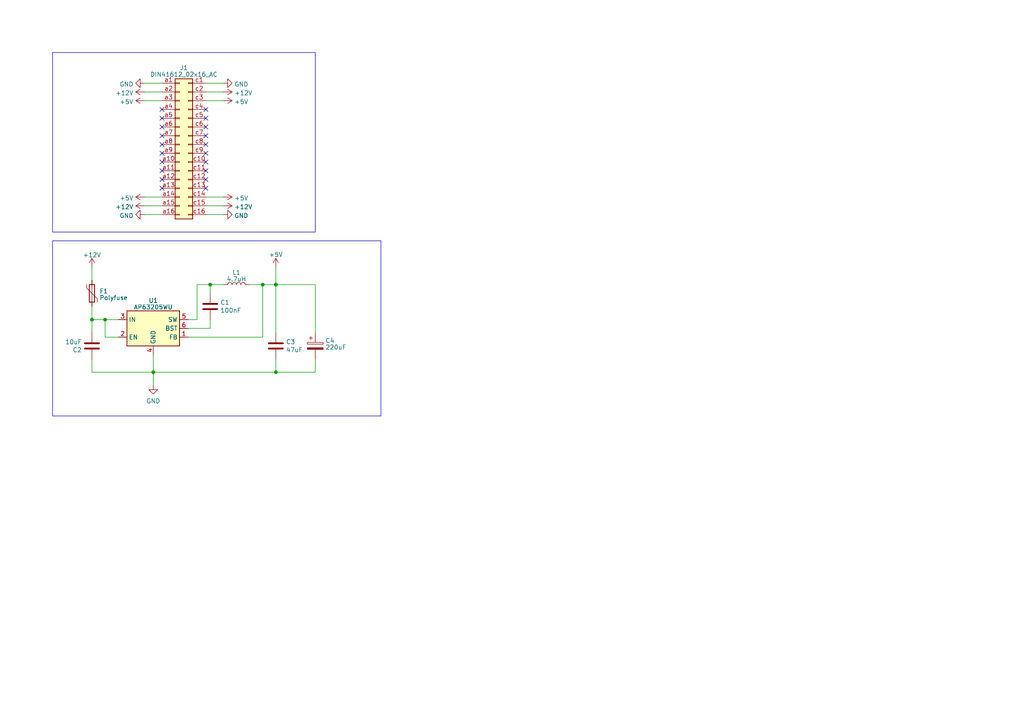
<source format=kicad_sch>
(kicad_sch (version 20230121) (generator eeschema)

  (uuid 7962ba30-43c2-4258-b748-5633317d666e)

  (paper "A4")

  (lib_symbols
    (symbol "Connector:DIN41612_02x16_AC" (pin_names (offset 1.016) hide) (in_bom yes) (on_board yes)
      (property "Reference" "J" (at 1.27 20.32 0)
        (effects (font (size 1.27 1.27)))
      )
      (property "Value" "DIN41612_02x16_AC" (at 1.27 -22.86 0)
        (effects (font (size 1.27 1.27)))
      )
      (property "Footprint" "" (at 0 0 0)
        (effects (font (size 1.27 1.27)) hide)
      )
      (property "Datasheet" "~" (at 0 0 0)
        (effects (font (size 1.27 1.27)) hide)
      )
      (property "ki_keywords" "connector" (at 0 0 0)
        (effects (font (size 1.27 1.27)) hide)
      )
      (property "ki_description" "DIN41612 connector, double row (AC), 02x16, script generated (kicad-library-utils/schlib/autogen/connector/)" (at 0 0 0)
        (effects (font (size 1.27 1.27)) hide)
      )
      (property "ki_fp_filters" "DIN41612*2x*" (at 0 0 0)
        (effects (font (size 1.27 1.27)) hide)
      )
      (symbol "DIN41612_02x16_AC_1_1"
        (rectangle (start -1.27 -20.193) (end 0 -20.447)
          (stroke (width 0.1524) (type default))
          (fill (type none))
        )
        (rectangle (start -1.27 -17.653) (end 0 -17.907)
          (stroke (width 0.1524) (type default))
          (fill (type none))
        )
        (rectangle (start -1.27 -15.113) (end 0 -15.367)
          (stroke (width 0.1524) (type default))
          (fill (type none))
        )
        (rectangle (start -1.27 -12.573) (end 0 -12.827)
          (stroke (width 0.1524) (type default))
          (fill (type none))
        )
        (rectangle (start -1.27 -10.033) (end 0 -10.287)
          (stroke (width 0.1524) (type default))
          (fill (type none))
        )
        (rectangle (start -1.27 -7.493) (end 0 -7.747)
          (stroke (width 0.1524) (type default))
          (fill (type none))
        )
        (rectangle (start -1.27 -4.953) (end 0 -5.207)
          (stroke (width 0.1524) (type default))
          (fill (type none))
        )
        (rectangle (start -1.27 -2.413) (end 0 -2.667)
          (stroke (width 0.1524) (type default))
          (fill (type none))
        )
        (rectangle (start -1.27 0.127) (end 0 -0.127)
          (stroke (width 0.1524) (type default))
          (fill (type none))
        )
        (rectangle (start -1.27 2.667) (end 0 2.413)
          (stroke (width 0.1524) (type default))
          (fill (type none))
        )
        (rectangle (start -1.27 5.207) (end 0 4.953)
          (stroke (width 0.1524) (type default))
          (fill (type none))
        )
        (rectangle (start -1.27 7.747) (end 0 7.493)
          (stroke (width 0.1524) (type default))
          (fill (type none))
        )
        (rectangle (start -1.27 10.287) (end 0 10.033)
          (stroke (width 0.1524) (type default))
          (fill (type none))
        )
        (rectangle (start -1.27 12.827) (end 0 12.573)
          (stroke (width 0.1524) (type default))
          (fill (type none))
        )
        (rectangle (start -1.27 15.367) (end 0 15.113)
          (stroke (width 0.1524) (type default))
          (fill (type none))
        )
        (rectangle (start -1.27 17.907) (end 0 17.653)
          (stroke (width 0.1524) (type default))
          (fill (type none))
        )
        (rectangle (start -1.27 19.05) (end 3.81 -21.59)
          (stroke (width 0.254) (type default))
          (fill (type background))
        )
        (rectangle (start 3.81 -20.193) (end 2.54 -20.447)
          (stroke (width 0.1524) (type default))
          (fill (type none))
        )
        (rectangle (start 3.81 -17.653) (end 2.54 -17.907)
          (stroke (width 0.1524) (type default))
          (fill (type none))
        )
        (rectangle (start 3.81 -15.113) (end 2.54 -15.367)
          (stroke (width 0.1524) (type default))
          (fill (type none))
        )
        (rectangle (start 3.81 -12.573) (end 2.54 -12.827)
          (stroke (width 0.1524) (type default))
          (fill (type none))
        )
        (rectangle (start 3.81 -10.033) (end 2.54 -10.287)
          (stroke (width 0.1524) (type default))
          (fill (type none))
        )
        (rectangle (start 3.81 -7.493) (end 2.54 -7.747)
          (stroke (width 0.1524) (type default))
          (fill (type none))
        )
        (rectangle (start 3.81 -4.953) (end 2.54 -5.207)
          (stroke (width 0.1524) (type default))
          (fill (type none))
        )
        (rectangle (start 3.81 -2.413) (end 2.54 -2.667)
          (stroke (width 0.1524) (type default))
          (fill (type none))
        )
        (rectangle (start 3.81 0.127) (end 2.54 -0.127)
          (stroke (width 0.1524) (type default))
          (fill (type none))
        )
        (rectangle (start 3.81 2.667) (end 2.54 2.413)
          (stroke (width 0.1524) (type default))
          (fill (type none))
        )
        (rectangle (start 3.81 5.207) (end 2.54 4.953)
          (stroke (width 0.1524) (type default))
          (fill (type none))
        )
        (rectangle (start 3.81 7.747) (end 2.54 7.493)
          (stroke (width 0.1524) (type default))
          (fill (type none))
        )
        (rectangle (start 3.81 10.287) (end 2.54 10.033)
          (stroke (width 0.1524) (type default))
          (fill (type none))
        )
        (rectangle (start 3.81 12.827) (end 2.54 12.573)
          (stroke (width 0.1524) (type default))
          (fill (type none))
        )
        (rectangle (start 3.81 15.367) (end 2.54 15.113)
          (stroke (width 0.1524) (type default))
          (fill (type none))
        )
        (rectangle (start 3.81 17.907) (end 2.54 17.653)
          (stroke (width 0.1524) (type default))
          (fill (type none))
        )
        (pin passive line (at -5.08 17.78 0) (length 3.81)
          (name "Pin_a1" (effects (font (size 1.27 1.27))))
          (number "a1" (effects (font (size 1.27 1.27))))
        )
        (pin passive line (at -5.08 -5.08 0) (length 3.81)
          (name "Pin_a10" (effects (font (size 1.27 1.27))))
          (number "a10" (effects (font (size 1.27 1.27))))
        )
        (pin passive line (at -5.08 -7.62 0) (length 3.81)
          (name "Pin_a11" (effects (font (size 1.27 1.27))))
          (number "a11" (effects (font (size 1.27 1.27))))
        )
        (pin passive line (at -5.08 -10.16 0) (length 3.81)
          (name "Pin_a12" (effects (font (size 1.27 1.27))))
          (number "a12" (effects (font (size 1.27 1.27))))
        )
        (pin passive line (at -5.08 -12.7 0) (length 3.81)
          (name "Pin_a13" (effects (font (size 1.27 1.27))))
          (number "a13" (effects (font (size 1.27 1.27))))
        )
        (pin passive line (at -5.08 -15.24 0) (length 3.81)
          (name "Pin_a14" (effects (font (size 1.27 1.27))))
          (number "a14" (effects (font (size 1.27 1.27))))
        )
        (pin passive line (at -5.08 -17.78 0) (length 3.81)
          (name "Pin_a15" (effects (font (size 1.27 1.27))))
          (number "a15" (effects (font (size 1.27 1.27))))
        )
        (pin passive line (at -5.08 -20.32 0) (length 3.81)
          (name "Pin_a16" (effects (font (size 1.27 1.27))))
          (number "a16" (effects (font (size 1.27 1.27))))
        )
        (pin passive line (at -5.08 15.24 0) (length 3.81)
          (name "Pin_a2" (effects (font (size 1.27 1.27))))
          (number "a2" (effects (font (size 1.27 1.27))))
        )
        (pin passive line (at -5.08 12.7 0) (length 3.81)
          (name "Pin_a3" (effects (font (size 1.27 1.27))))
          (number "a3" (effects (font (size 1.27 1.27))))
        )
        (pin passive line (at -5.08 10.16 0) (length 3.81)
          (name "Pin_a4" (effects (font (size 1.27 1.27))))
          (number "a4" (effects (font (size 1.27 1.27))))
        )
        (pin passive line (at -5.08 7.62 0) (length 3.81)
          (name "Pin_a5" (effects (font (size 1.27 1.27))))
          (number "a5" (effects (font (size 1.27 1.27))))
        )
        (pin passive line (at -5.08 5.08 0) (length 3.81)
          (name "Pin_a6" (effects (font (size 1.27 1.27))))
          (number "a6" (effects (font (size 1.27 1.27))))
        )
        (pin passive line (at -5.08 2.54 0) (length 3.81)
          (name "Pin_a7" (effects (font (size 1.27 1.27))))
          (number "a7" (effects (font (size 1.27 1.27))))
        )
        (pin passive line (at -5.08 0 0) (length 3.81)
          (name "Pin_a8" (effects (font (size 1.27 1.27))))
          (number "a8" (effects (font (size 1.27 1.27))))
        )
        (pin passive line (at -5.08 -2.54 0) (length 3.81)
          (name "Pin_a9" (effects (font (size 1.27 1.27))))
          (number "a9" (effects (font (size 1.27 1.27))))
        )
        (pin passive line (at 7.62 17.78 180) (length 3.81)
          (name "Pin_c1" (effects (font (size 1.27 1.27))))
          (number "c1" (effects (font (size 1.27 1.27))))
        )
        (pin passive line (at 7.62 -5.08 180) (length 3.81)
          (name "Pin_c10" (effects (font (size 1.27 1.27))))
          (number "c10" (effects (font (size 1.27 1.27))))
        )
        (pin passive line (at 7.62 -7.62 180) (length 3.81)
          (name "Pin_c11" (effects (font (size 1.27 1.27))))
          (number "c11" (effects (font (size 1.27 1.27))))
        )
        (pin passive line (at 7.62 -10.16 180) (length 3.81)
          (name "Pin_c12" (effects (font (size 1.27 1.27))))
          (number "c12" (effects (font (size 1.27 1.27))))
        )
        (pin passive line (at 7.62 -12.7 180) (length 3.81)
          (name "Pin_c13" (effects (font (size 1.27 1.27))))
          (number "c13" (effects (font (size 1.27 1.27))))
        )
        (pin passive line (at 7.62 -15.24 180) (length 3.81)
          (name "Pin_c14" (effects (font (size 1.27 1.27))))
          (number "c14" (effects (font (size 1.27 1.27))))
        )
        (pin passive line (at 7.62 -17.78 180) (length 3.81)
          (name "Pin_c15" (effects (font (size 1.27 1.27))))
          (number "c15" (effects (font (size 1.27 1.27))))
        )
        (pin passive line (at 7.62 -20.32 180) (length 3.81)
          (name "Pin_c16" (effects (font (size 1.27 1.27))))
          (number "c16" (effects (font (size 1.27 1.27))))
        )
        (pin passive line (at 7.62 15.24 180) (length 3.81)
          (name "Pin_c2" (effects (font (size 1.27 1.27))))
          (number "c2" (effects (font (size 1.27 1.27))))
        )
        (pin passive line (at 7.62 12.7 180) (length 3.81)
          (name "Pin_c3" (effects (font (size 1.27 1.27))))
          (number "c3" (effects (font (size 1.27 1.27))))
        )
        (pin passive line (at 7.62 10.16 180) (length 3.81)
          (name "Pin_c4" (effects (font (size 1.27 1.27))))
          (number "c4" (effects (font (size 1.27 1.27))))
        )
        (pin passive line (at 7.62 7.62 180) (length 3.81)
          (name "Pin_c5" (effects (font (size 1.27 1.27))))
          (number "c5" (effects (font (size 1.27 1.27))))
        )
        (pin passive line (at 7.62 5.08 180) (length 3.81)
          (name "Pin_c6" (effects (font (size 1.27 1.27))))
          (number "c6" (effects (font (size 1.27 1.27))))
        )
        (pin passive line (at 7.62 2.54 180) (length 3.81)
          (name "Pin_c7" (effects (font (size 1.27 1.27))))
          (number "c7" (effects (font (size 1.27 1.27))))
        )
        (pin passive line (at 7.62 0 180) (length 3.81)
          (name "Pin_c8" (effects (font (size 1.27 1.27))))
          (number "c8" (effects (font (size 1.27 1.27))))
        )
        (pin passive line (at 7.62 -2.54 180) (length 3.81)
          (name "Pin_c9" (effects (font (size 1.27 1.27))))
          (number "c9" (effects (font (size 1.27 1.27))))
        )
      )
    )
    (symbol "Device:C" (pin_numbers hide) (pin_names (offset 0.254)) (in_bom yes) (on_board yes)
      (property "Reference" "C" (at 0.635 2.54 0)
        (effects (font (size 1.27 1.27)) (justify left))
      )
      (property "Value" "C" (at 0.635 -2.54 0)
        (effects (font (size 1.27 1.27)) (justify left))
      )
      (property "Footprint" "" (at 0.9652 -3.81 0)
        (effects (font (size 1.27 1.27)) hide)
      )
      (property "Datasheet" "~" (at 0 0 0)
        (effects (font (size 1.27 1.27)) hide)
      )
      (property "ki_keywords" "cap capacitor" (at 0 0 0)
        (effects (font (size 1.27 1.27)) hide)
      )
      (property "ki_description" "Unpolarized capacitor" (at 0 0 0)
        (effects (font (size 1.27 1.27)) hide)
      )
      (property "ki_fp_filters" "C_*" (at 0 0 0)
        (effects (font (size 1.27 1.27)) hide)
      )
      (symbol "C_0_1"
        (polyline
          (pts
            (xy -2.032 -0.762)
            (xy 2.032 -0.762)
          )
          (stroke (width 0.508) (type default))
          (fill (type none))
        )
        (polyline
          (pts
            (xy -2.032 0.762)
            (xy 2.032 0.762)
          )
          (stroke (width 0.508) (type default))
          (fill (type none))
        )
      )
      (symbol "C_1_1"
        (pin passive line (at 0 3.81 270) (length 2.794)
          (name "~" (effects (font (size 1.27 1.27))))
          (number "1" (effects (font (size 1.27 1.27))))
        )
        (pin passive line (at 0 -3.81 90) (length 2.794)
          (name "~" (effects (font (size 1.27 1.27))))
          (number "2" (effects (font (size 1.27 1.27))))
        )
      )
    )
    (symbol "Device:C_Polarized" (pin_numbers hide) (pin_names (offset 0.254)) (in_bom yes) (on_board yes)
      (property "Reference" "C" (at 0.635 2.54 0)
        (effects (font (size 1.27 1.27)) (justify left))
      )
      (property "Value" "C_Polarized" (at 0.635 -2.54 0)
        (effects (font (size 1.27 1.27)) (justify left))
      )
      (property "Footprint" "" (at 0.9652 -3.81 0)
        (effects (font (size 1.27 1.27)) hide)
      )
      (property "Datasheet" "~" (at 0 0 0)
        (effects (font (size 1.27 1.27)) hide)
      )
      (property "ki_keywords" "cap capacitor" (at 0 0 0)
        (effects (font (size 1.27 1.27)) hide)
      )
      (property "ki_description" "Polarized capacitor" (at 0 0 0)
        (effects (font (size 1.27 1.27)) hide)
      )
      (property "ki_fp_filters" "CP_*" (at 0 0 0)
        (effects (font (size 1.27 1.27)) hide)
      )
      (symbol "C_Polarized_0_1"
        (rectangle (start -2.286 0.508) (end 2.286 1.016)
          (stroke (width 0) (type default))
          (fill (type none))
        )
        (polyline
          (pts
            (xy -1.778 2.286)
            (xy -0.762 2.286)
          )
          (stroke (width 0) (type default))
          (fill (type none))
        )
        (polyline
          (pts
            (xy -1.27 2.794)
            (xy -1.27 1.778)
          )
          (stroke (width 0) (type default))
          (fill (type none))
        )
        (rectangle (start 2.286 -0.508) (end -2.286 -1.016)
          (stroke (width 0) (type default))
          (fill (type outline))
        )
      )
      (symbol "C_Polarized_1_1"
        (pin passive line (at 0 3.81 270) (length 2.794)
          (name "~" (effects (font (size 1.27 1.27))))
          (number "1" (effects (font (size 1.27 1.27))))
        )
        (pin passive line (at 0 -3.81 90) (length 2.794)
          (name "~" (effects (font (size 1.27 1.27))))
          (number "2" (effects (font (size 1.27 1.27))))
        )
      )
    )
    (symbol "Device:L" (pin_numbers hide) (pin_names (offset 1.016) hide) (in_bom yes) (on_board yes)
      (property "Reference" "L" (at -1.27 0 90)
        (effects (font (size 1.27 1.27)))
      )
      (property "Value" "L" (at 1.905 0 90)
        (effects (font (size 1.27 1.27)))
      )
      (property "Footprint" "" (at 0 0 0)
        (effects (font (size 1.27 1.27)) hide)
      )
      (property "Datasheet" "~" (at 0 0 0)
        (effects (font (size 1.27 1.27)) hide)
      )
      (property "ki_keywords" "inductor choke coil reactor magnetic" (at 0 0 0)
        (effects (font (size 1.27 1.27)) hide)
      )
      (property "ki_description" "Inductor" (at 0 0 0)
        (effects (font (size 1.27 1.27)) hide)
      )
      (property "ki_fp_filters" "Choke_* *Coil* Inductor_* L_*" (at 0 0 0)
        (effects (font (size 1.27 1.27)) hide)
      )
      (symbol "L_0_1"
        (arc (start 0 -2.54) (mid 0.6323 -1.905) (end 0 -1.27)
          (stroke (width 0) (type default))
          (fill (type none))
        )
        (arc (start 0 -1.27) (mid 0.6323 -0.635) (end 0 0)
          (stroke (width 0) (type default))
          (fill (type none))
        )
        (arc (start 0 0) (mid 0.6323 0.635) (end 0 1.27)
          (stroke (width 0) (type default))
          (fill (type none))
        )
        (arc (start 0 1.27) (mid 0.6323 1.905) (end 0 2.54)
          (stroke (width 0) (type default))
          (fill (type none))
        )
      )
      (symbol "L_1_1"
        (pin passive line (at 0 3.81 270) (length 1.27)
          (name "1" (effects (font (size 1.27 1.27))))
          (number "1" (effects (font (size 1.27 1.27))))
        )
        (pin passive line (at 0 -3.81 90) (length 1.27)
          (name "2" (effects (font (size 1.27 1.27))))
          (number "2" (effects (font (size 1.27 1.27))))
        )
      )
    )
    (symbol "Device:Polyfuse" (pin_numbers hide) (pin_names (offset 0)) (in_bom yes) (on_board yes)
      (property "Reference" "F" (at -2.54 0 90)
        (effects (font (size 1.27 1.27)))
      )
      (property "Value" "Polyfuse" (at 2.54 0 90)
        (effects (font (size 1.27 1.27)))
      )
      (property "Footprint" "" (at 1.27 -5.08 0)
        (effects (font (size 1.27 1.27)) (justify left) hide)
      )
      (property "Datasheet" "~" (at 0 0 0)
        (effects (font (size 1.27 1.27)) hide)
      )
      (property "ki_keywords" "resettable fuse PTC PPTC polyfuse polyswitch" (at 0 0 0)
        (effects (font (size 1.27 1.27)) hide)
      )
      (property "ki_description" "Resettable fuse, polymeric positive temperature coefficient" (at 0 0 0)
        (effects (font (size 1.27 1.27)) hide)
      )
      (property "ki_fp_filters" "*polyfuse* *PTC*" (at 0 0 0)
        (effects (font (size 1.27 1.27)) hide)
      )
      (symbol "Polyfuse_0_1"
        (rectangle (start -0.762 2.54) (end 0.762 -2.54)
          (stroke (width 0.254) (type default))
          (fill (type none))
        )
        (polyline
          (pts
            (xy 0 2.54)
            (xy 0 -2.54)
          )
          (stroke (width 0) (type default))
          (fill (type none))
        )
        (polyline
          (pts
            (xy -1.524 2.54)
            (xy -1.524 1.524)
            (xy 1.524 -1.524)
            (xy 1.524 -2.54)
          )
          (stroke (width 0) (type default))
          (fill (type none))
        )
      )
      (symbol "Polyfuse_1_1"
        (pin passive line (at 0 3.81 270) (length 1.27)
          (name "~" (effects (font (size 1.27 1.27))))
          (number "1" (effects (font (size 1.27 1.27))))
        )
        (pin passive line (at 0 -3.81 90) (length 1.27)
          (name "~" (effects (font (size 1.27 1.27))))
          (number "2" (effects (font (size 1.27 1.27))))
        )
      )
    )
    (symbol "Regulator_Switching:AP63205WU" (in_bom yes) (on_board yes)
      (property "Reference" "U" (at -7.62 6.35 0)
        (effects (font (size 1.27 1.27)))
      )
      (property "Value" "AP63205WU" (at 2.54 6.35 0)
        (effects (font (size 1.27 1.27)))
      )
      (property "Footprint" "Package_TO_SOT_SMD:TSOT-23-6" (at 0 -22.86 0)
        (effects (font (size 1.27 1.27)) hide)
      )
      (property "Datasheet" "https://www.diodes.com/assets/Datasheets/AP63200-AP63201-AP63203-AP63205.pdf" (at 0 0 0)
        (effects (font (size 1.27 1.27)) hide)
      )
      (property "ki_keywords" "2A Buck DC/DC" (at 0 0 0)
        (effects (font (size 1.27 1.27)) hide)
      )
      (property "ki_description" "2A, 1.1MHz Buck DC/DC Converter, fixed 5.0V output voltage, TSOT-23-6" (at 0 0 0)
        (effects (font (size 1.27 1.27)) hide)
      )
      (property "ki_fp_filters" "TSOT?23*" (at 0 0 0)
        (effects (font (size 1.27 1.27)) hide)
      )
      (symbol "AP63205WU_0_1"
        (rectangle (start -7.62 5.08) (end 7.62 -5.08)
          (stroke (width 0.254) (type default))
          (fill (type background))
        )
      )
      (symbol "AP63205WU_1_1"
        (pin input line (at 10.16 -2.54 180) (length 2.54)
          (name "FB" (effects (font (size 1.27 1.27))))
          (number "1" (effects (font (size 1.27 1.27))))
        )
        (pin input line (at -10.16 -2.54 0) (length 2.54)
          (name "EN" (effects (font (size 1.27 1.27))))
          (number "2" (effects (font (size 1.27 1.27))))
        )
        (pin power_in line (at -10.16 2.54 0) (length 2.54)
          (name "IN" (effects (font (size 1.27 1.27))))
          (number "3" (effects (font (size 1.27 1.27))))
        )
        (pin power_in line (at 0 -7.62 90) (length 2.54)
          (name "GND" (effects (font (size 1.27 1.27))))
          (number "4" (effects (font (size 1.27 1.27))))
        )
        (pin output line (at 10.16 2.54 180) (length 2.54)
          (name "SW" (effects (font (size 1.27 1.27))))
          (number "5" (effects (font (size 1.27 1.27))))
        )
        (pin passive line (at 10.16 0 180) (length 2.54)
          (name "BST" (effects (font (size 1.27 1.27))))
          (number "6" (effects (font (size 1.27 1.27))))
        )
      )
    )
    (symbol "power:+12V" (power) (pin_names (offset 0)) (in_bom yes) (on_board yes)
      (property "Reference" "#PWR" (at 0 -3.81 0)
        (effects (font (size 1.27 1.27)) hide)
      )
      (property "Value" "+12V" (at 0 3.556 0)
        (effects (font (size 1.27 1.27)))
      )
      (property "Footprint" "" (at 0 0 0)
        (effects (font (size 1.27 1.27)) hide)
      )
      (property "Datasheet" "" (at 0 0 0)
        (effects (font (size 1.27 1.27)) hide)
      )
      (property "ki_keywords" "global power" (at 0 0 0)
        (effects (font (size 1.27 1.27)) hide)
      )
      (property "ki_description" "Power symbol creates a global label with name \"+12V\"" (at 0 0 0)
        (effects (font (size 1.27 1.27)) hide)
      )
      (symbol "+12V_0_1"
        (polyline
          (pts
            (xy -0.762 1.27)
            (xy 0 2.54)
          )
          (stroke (width 0) (type default))
          (fill (type none))
        )
        (polyline
          (pts
            (xy 0 0)
            (xy 0 2.54)
          )
          (stroke (width 0) (type default))
          (fill (type none))
        )
        (polyline
          (pts
            (xy 0 2.54)
            (xy 0.762 1.27)
          )
          (stroke (width 0) (type default))
          (fill (type none))
        )
      )
      (symbol "+12V_1_1"
        (pin power_in line (at 0 0 90) (length 0) hide
          (name "+12V" (effects (font (size 1.27 1.27))))
          (number "1" (effects (font (size 1.27 1.27))))
        )
      )
    )
    (symbol "power:+5V" (power) (pin_names (offset 0)) (in_bom yes) (on_board yes)
      (property "Reference" "#PWR" (at 0 -3.81 0)
        (effects (font (size 1.27 1.27)) hide)
      )
      (property "Value" "+5V" (at 0 3.556 0)
        (effects (font (size 1.27 1.27)))
      )
      (property "Footprint" "" (at 0 0 0)
        (effects (font (size 1.27 1.27)) hide)
      )
      (property "Datasheet" "" (at 0 0 0)
        (effects (font (size 1.27 1.27)) hide)
      )
      (property "ki_keywords" "global power" (at 0 0 0)
        (effects (font (size 1.27 1.27)) hide)
      )
      (property "ki_description" "Power symbol creates a global label with name \"+5V\"" (at 0 0 0)
        (effects (font (size 1.27 1.27)) hide)
      )
      (symbol "+5V_0_1"
        (polyline
          (pts
            (xy -0.762 1.27)
            (xy 0 2.54)
          )
          (stroke (width 0) (type default))
          (fill (type none))
        )
        (polyline
          (pts
            (xy 0 0)
            (xy 0 2.54)
          )
          (stroke (width 0) (type default))
          (fill (type none))
        )
        (polyline
          (pts
            (xy 0 2.54)
            (xy 0.762 1.27)
          )
          (stroke (width 0) (type default))
          (fill (type none))
        )
      )
      (symbol "+5V_1_1"
        (pin power_in line (at 0 0 90) (length 0) hide
          (name "+5V" (effects (font (size 1.27 1.27))))
          (number "1" (effects (font (size 1.27 1.27))))
        )
      )
    )
    (symbol "power:GND" (power) (pin_names (offset 0)) (in_bom yes) (on_board yes)
      (property "Reference" "#PWR" (at 0 -6.35 0)
        (effects (font (size 1.27 1.27)) hide)
      )
      (property "Value" "GND" (at 0 -3.81 0)
        (effects (font (size 1.27 1.27)))
      )
      (property "Footprint" "" (at 0 0 0)
        (effects (font (size 1.27 1.27)) hide)
      )
      (property "Datasheet" "" (at 0 0 0)
        (effects (font (size 1.27 1.27)) hide)
      )
      (property "ki_keywords" "global power" (at 0 0 0)
        (effects (font (size 1.27 1.27)) hide)
      )
      (property "ki_description" "Power symbol creates a global label with name \"GND\" , ground" (at 0 0 0)
        (effects (font (size 1.27 1.27)) hide)
      )
      (symbol "GND_0_1"
        (polyline
          (pts
            (xy 0 0)
            (xy 0 -1.27)
            (xy 1.27 -1.27)
            (xy 0 -2.54)
            (xy -1.27 -1.27)
            (xy 0 -1.27)
          )
          (stroke (width 0) (type default))
          (fill (type none))
        )
      )
      (symbol "GND_1_1"
        (pin power_in line (at 0 0 270) (length 0) hide
          (name "GND" (effects (font (size 1.27 1.27))))
          (number "1" (effects (font (size 1.27 1.27))))
        )
      )
    )
  )

  (junction (at 44.45 107.95) (diameter 0) (color 0 0 0 0)
    (uuid 0d4e9a79-91f0-49e9-b0c2-34ab64659e6a)
  )
  (junction (at 26.67 92.71) (diameter 0) (color 0 0 0 0)
    (uuid 1efd1f7c-bd11-45e0-b2ed-4cc7b3d7afc8)
  )
  (junction (at 30.48 92.71) (diameter 0) (color 0 0 0 0)
    (uuid 32296a11-bde0-4e4e-a988-086cabe71edc)
  )
  (junction (at 80.01 82.55) (diameter 0) (color 0 0 0 0)
    (uuid 3936e7fd-931a-4a40-a980-1f387affd737)
  )
  (junction (at 76.2 82.55) (diameter 0) (color 0 0 0 0)
    (uuid 9f364e9d-1933-43f3-90b0-f99213b111fe)
  )
  (junction (at 80.01 107.95) (diameter 0) (color 0 0 0 0)
    (uuid e8ccf51c-14a8-41ab-b645-d82041750853)
  )
  (junction (at 60.96 82.55) (diameter 0) (color 0 0 0 0)
    (uuid f34b2615-7c5f-457c-8593-c9ddbf05123b)
  )

  (no_connect (at 46.99 44.45) (uuid 00920ba7-ec80-4a68-9706-69c60842e93e))
  (no_connect (at 59.69 39.37) (uuid 0a8bd84a-6c5f-4026-8181-4e79905f111f))
  (no_connect (at 59.69 34.29) (uuid 0d472654-e44b-47f3-8e7e-d0dde4f533c8))
  (no_connect (at 59.69 36.83) (uuid 0d600ef2-4068-4bf8-b510-a5b7e3c9789c))
  (no_connect (at 46.99 54.61) (uuid 28fb8310-2fa8-4072-9fed-766ccad19c5e))
  (no_connect (at 59.69 49.53) (uuid 326daaa1-f755-46cd-b344-1ffb421ff1af))
  (no_connect (at 59.69 44.45) (uuid 38802c7e-f060-4edb-81b7-ca7cba8dcfb2))
  (no_connect (at 46.99 52.07) (uuid 4787c524-6f05-483a-9da6-d2768859d013))
  (no_connect (at 59.69 41.91) (uuid 60f8460e-4112-4060-b2d1-b5ac366a92f2))
  (no_connect (at 59.69 46.99) (uuid 670815c2-e9e2-493e-85a1-565e9cd842f7))
  (no_connect (at 59.69 52.07) (uuid 716a46f2-af6b-4cd5-a0e4-e6776eeab283))
  (no_connect (at 46.99 31.75) (uuid 7215ebd4-e07c-4210-93f9-55a8ff22ec48))
  (no_connect (at 46.99 36.83) (uuid 74145c70-88e7-4c6d-9d16-3b73975b671f))
  (no_connect (at 46.99 34.29) (uuid 745136dd-a329-459e-b59c-53aa41850d46))
  (no_connect (at 46.99 41.91) (uuid 7b2d43ed-4612-4a3f-9bce-d0f88687cf11))
  (no_connect (at 46.99 39.37) (uuid 8b5d4c8a-4dc1-4297-aafc-ed789c8a503c))
  (no_connect (at 46.99 46.99) (uuid 912d22b9-91de-467b-83c6-dbc3f89f0941))
  (no_connect (at 46.99 49.53) (uuid aa705ce7-5dbd-4dee-b9fa-8fcf002c9781))
  (no_connect (at 59.69 54.61) (uuid c70faffd-9fa4-4b33-a5d9-d9d8cd7349a9))
  (no_connect (at 59.69 31.75) (uuid eb0a6416-9011-474f-8863-961c900f26bd))

  (wire (pts (xy 26.67 92.71) (xy 26.67 96.52))
    (stroke (width 0) (type default))
    (uuid 017b51f5-6d1a-4711-b882-c65465b1a447)
  )
  (wire (pts (xy 44.45 107.95) (xy 44.45 111.76))
    (stroke (width 0) (type default))
    (uuid 050f2a3d-ce51-4a48-a2e8-67c091218062)
  )
  (wire (pts (xy 26.67 92.71) (xy 30.48 92.71))
    (stroke (width 0) (type default))
    (uuid 1247cc02-68de-4567-a5f5-723e4bf69849)
  )
  (wire (pts (xy 54.61 97.79) (xy 76.2 97.79))
    (stroke (width 0) (type default))
    (uuid 1c457b12-d506-4e05-8c00-0c25035b6920)
  )
  (wire (pts (xy 41.91 26.67) (xy 46.99 26.67))
    (stroke (width 0) (type default))
    (uuid 1dfeef10-6426-40dd-8c4e-c96d9c0e76e8)
  )
  (wire (pts (xy 30.48 97.79) (xy 34.29 97.79))
    (stroke (width 0) (type default))
    (uuid 277ccbb6-d051-4f39-b112-dd553e358823)
  )
  (wire (pts (xy 59.69 24.13) (xy 64.77 24.13))
    (stroke (width 0) (type default))
    (uuid 2a94451e-88d2-43be-9b2f-924395ac9746)
  )
  (wire (pts (xy 30.48 97.79) (xy 30.48 92.71))
    (stroke (width 0) (type default))
    (uuid 2ce507f3-e64c-4d5a-8c67-689c9315bd48)
  )
  (wire (pts (xy 91.44 82.55) (xy 80.01 82.55))
    (stroke (width 0) (type default))
    (uuid 3189ae63-c783-4f9f-9a8e-527a97387a8e)
  )
  (wire (pts (xy 59.69 26.67) (xy 64.77 26.67))
    (stroke (width 0) (type default))
    (uuid 3890b975-6b7b-4e60-93c4-9334705baf43)
  )
  (wire (pts (xy 60.96 82.55) (xy 60.96 85.09))
    (stroke (width 0) (type default))
    (uuid 38ce0e23-7058-4466-adeb-d3351d83783e)
  )
  (wire (pts (xy 41.91 24.13) (xy 46.99 24.13))
    (stroke (width 0) (type default))
    (uuid 395c2774-f1b0-443b-8127-d344255cd4ca)
  )
  (wire (pts (xy 91.44 82.55) (xy 91.44 96.52))
    (stroke (width 0) (type default))
    (uuid 41116b6e-a719-4975-94ad-80f257d33c2d)
  )
  (wire (pts (xy 26.67 77.47) (xy 26.67 81.28))
    (stroke (width 0) (type default))
    (uuid 4887f62a-4458-4c4f-aa34-879b16af2d8c)
  )
  (wire (pts (xy 57.15 92.71) (xy 54.61 92.71))
    (stroke (width 0) (type default))
    (uuid 598976db-a07d-49e1-b7a8-1526f14f338c)
  )
  (wire (pts (xy 59.69 57.15) (xy 64.77 57.15))
    (stroke (width 0) (type default))
    (uuid 5b98b531-e92e-4a1b-9d0a-6ac7c103440a)
  )
  (wire (pts (xy 57.15 92.71) (xy 57.15 82.55))
    (stroke (width 0) (type default))
    (uuid 641696f4-3948-42e0-92fc-012061e8d947)
  )
  (wire (pts (xy 41.91 62.23) (xy 46.99 62.23))
    (stroke (width 0) (type default))
    (uuid 6ecf0ffd-de13-4bd2-bb68-009bbd6f9a0c)
  )
  (wire (pts (xy 30.48 92.71) (xy 34.29 92.71))
    (stroke (width 0) (type default))
    (uuid 7125615b-85da-4aaf-aebf-6fcd101eda7c)
  )
  (wire (pts (xy 41.91 29.21) (xy 46.99 29.21))
    (stroke (width 0) (type default))
    (uuid 7ade5041-ae17-478b-94f5-f0d80552cf75)
  )
  (wire (pts (xy 72.39 82.55) (xy 76.2 82.55))
    (stroke (width 0) (type default))
    (uuid 7d3ba136-fbfd-4ac1-a3b6-dbb48aaacd3a)
  )
  (wire (pts (xy 26.67 88.9) (xy 26.67 92.71))
    (stroke (width 0) (type default))
    (uuid 7fc85b9a-7ebf-47e4-aa19-cdac6fb42f0f)
  )
  (wire (pts (xy 57.15 82.55) (xy 60.96 82.55))
    (stroke (width 0) (type default))
    (uuid 8304338d-c2b1-4d96-acdc-a7a1d9368998)
  )
  (wire (pts (xy 44.45 102.87) (xy 44.45 107.95))
    (stroke (width 0) (type default))
    (uuid 878e6c5b-d2ee-4565-a023-ca4f1e859ea0)
  )
  (wire (pts (xy 59.69 62.23) (xy 64.77 62.23))
    (stroke (width 0) (type default))
    (uuid 8ac43b95-ea48-4888-b7d1-7f7af72c1b4b)
  )
  (wire (pts (xy 41.91 57.15) (xy 46.99 57.15))
    (stroke (width 0) (type default))
    (uuid 8c0b880e-ca78-4c24-8379-b32bbc3dc5b1)
  )
  (wire (pts (xy 60.96 95.25) (xy 60.96 92.71))
    (stroke (width 0) (type default))
    (uuid 91827b3f-d318-4d75-893b-021516888b85)
  )
  (wire (pts (xy 41.91 59.69) (xy 46.99 59.69))
    (stroke (width 0) (type default))
    (uuid a1824868-7aa0-4a66-b835-617ba5041370)
  )
  (wire (pts (xy 80.01 82.55) (xy 80.01 96.52))
    (stroke (width 0) (type default))
    (uuid a190dcc2-eeaf-4d7f-b42a-14551f477e9e)
  )
  (wire (pts (xy 26.67 107.95) (xy 44.45 107.95))
    (stroke (width 0) (type default))
    (uuid b8971fdb-0318-42ab-81c7-41c64b5c09e9)
  )
  (wire (pts (xy 59.69 59.69) (xy 64.77 59.69))
    (stroke (width 0) (type default))
    (uuid bdb9ad4d-864a-4ad0-92a0-071cd82663e1)
  )
  (wire (pts (xy 80.01 77.47) (xy 80.01 82.55))
    (stroke (width 0) (type default))
    (uuid bdd38804-9864-4196-aaf0-f362c9e9150b)
  )
  (wire (pts (xy 76.2 97.79) (xy 76.2 82.55))
    (stroke (width 0) (type default))
    (uuid d00c40ca-36c9-4756-be65-4c16ffbb4133)
  )
  (wire (pts (xy 54.61 95.25) (xy 60.96 95.25))
    (stroke (width 0) (type default))
    (uuid d5c519ff-24f7-48b6-bf0f-19c7bec71763)
  )
  (wire (pts (xy 80.01 104.14) (xy 80.01 107.95))
    (stroke (width 0) (type default))
    (uuid d81da39d-38fa-4ded-9d3a-09e5f11a9c66)
  )
  (wire (pts (xy 44.45 107.95) (xy 80.01 107.95))
    (stroke (width 0) (type default))
    (uuid d886b68d-fa05-4aa2-bdf0-bcd08c7b0adf)
  )
  (wire (pts (xy 76.2 82.55) (xy 80.01 82.55))
    (stroke (width 0) (type default))
    (uuid d922d4a5-382d-4058-93e1-d0e0fbc67de4)
  )
  (wire (pts (xy 80.01 107.95) (xy 91.44 107.95))
    (stroke (width 0) (type default))
    (uuid d9648be0-1f72-4205-8ea3-177e89a5024a)
  )
  (wire (pts (xy 26.67 104.14) (xy 26.67 107.95))
    (stroke (width 0) (type default))
    (uuid e0b94972-c55a-4497-b79a-f73bb912b74f)
  )
  (wire (pts (xy 59.69 29.21) (xy 64.77 29.21))
    (stroke (width 0) (type default))
    (uuid e7fc244e-c43f-441c-abf2-132450a74285)
  )
  (wire (pts (xy 60.96 82.55) (xy 64.77 82.55))
    (stroke (width 0) (type default))
    (uuid f4ee57d5-b812-4f37-a256-e757b9a1b489)
  )
  (wire (pts (xy 91.44 104.14) (xy 91.44 107.95))
    (stroke (width 0) (type default))
    (uuid fb2b71b9-2161-4cf4-bfad-f5036d9b1051)
  )

  (rectangle (start 15.24 69.85) (end 110.49 120.65)
    (stroke (width 0) (type default))
    (fill (type none))
    (uuid 841e46fe-f2d9-4989-9d4c-756b0f5b1de0)
  )
  (rectangle (start 15.24 15.24) (end 91.44 67.31)
    (stroke (width 0) (type default))
    (fill (type none))
    (uuid fbd57046-592e-463c-b6a6-fbae764bebd5)
  )

  (symbol (lib_id "power:GND") (at 41.91 62.23 270) (unit 1)
    (in_bom yes) (on_board yes) (dnp no) (fields_autoplaced)
    (uuid 01853a01-2a7e-4e79-95d4-face5bccd4ab)
    (property "Reference" "#PWR012" (at 35.56 62.23 0)
      (effects (font (size 1.27 1.27)) hide)
    )
    (property "Value" "GND" (at 38.7351 62.5468 90)
      (effects (font (size 1.27 1.27)) (justify right))
    )
    (property "Footprint" "" (at 41.91 62.23 0)
      (effects (font (size 1.27 1.27)) hide)
    )
    (property "Datasheet" "" (at 41.91 62.23 0)
      (effects (font (size 1.27 1.27)) hide)
    )
    (pin "1" (uuid 06eb1823-e90d-4cce-a449-3972ffc28360))
    (instances
      (project "kha-bgt-template"
        (path "/6b3569b3-4a36-4be9-bb07-dd1b51db3191"
          (reference "#PWR012") (unit 1)
        )
      )
      (project "kha-panel-audio"
        (path "/75baa38f-e30a-4f1c-9178-986a17faf6d3"
          (reference "#PWR039") (unit 1)
        )
      )
      (project "kha-bgt-pwr"
        (path "/7962ba30-43c2-4258-b748-5633317d666e"
          (reference "#PWR011") (unit 1)
        )
      )
    )
  )

  (symbol (lib_id "Device:C") (at 60.96 88.9 0) (unit 1)
    (in_bom yes) (on_board yes) (dnp no)
    (uuid 05aab858-e337-459a-9c78-c5403ac73cb1)
    (property "Reference" "C6" (at 63.881 87.7316 0)
      (effects (font (size 1.27 1.27)) (justify left))
    )
    (property "Value" "100nF" (at 63.881 90.043 0)
      (effects (font (size 1.27 1.27)) (justify left))
    )
    (property "Footprint" "Capacitor_SMD:C_0805_2012Metric" (at 61.9252 92.71 0)
      (effects (font (size 1.27 1.27)) hide)
    )
    (property "Datasheet" "~" (at 60.96 88.9 0)
      (effects (font (size 1.27 1.27)) hide)
    )
    (pin "1" (uuid a0119460-0b16-4f98-9486-64647038a08f))
    (pin "2" (uuid 02b74fe2-32cc-4c4f-9c71-0be9d22ab7bc))
    (instances
      (project "kha-bgt-template"
        (path "/6b3569b3-4a36-4be9-bb07-dd1b51db3191"
          (reference "C6") (unit 1)
        )
      )
      (project "kha-bgt-pwr"
        (path "/7962ba30-43c2-4258-b748-5633317d666e"
          (reference "C1") (unit 1)
        )
      )
      (project "kha-led-ikea-node"
        (path "/e63e39d7-6ac0-4ffd-8aa3-1841a4541b55"
          (reference "C7") (unit 1)
        )
      )
    )
  )

  (symbol (lib_id "power:+5V") (at 41.91 57.15 90) (unit 1)
    (in_bom yes) (on_board yes) (dnp no) (fields_autoplaced)
    (uuid 2c325826-865c-419b-9858-4b39d0052ffb)
    (property "Reference" "#PWR08" (at 45.72 57.15 0)
      (effects (font (size 1.27 1.27)) hide)
    )
    (property "Value" "+5V" (at 38.7351 57.4668 90)
      (effects (font (size 1.27 1.27)) (justify left))
    )
    (property "Footprint" "" (at 41.91 57.15 0)
      (effects (font (size 1.27 1.27)) hide)
    )
    (property "Datasheet" "" (at 41.91 57.15 0)
      (effects (font (size 1.27 1.27)) hide)
    )
    (pin "1" (uuid 60b97942-c8a4-4fb8-9c3c-2422b08e3232))
    (instances
      (project "kha-bgt-template"
        (path "/6b3569b3-4a36-4be9-bb07-dd1b51db3191"
          (reference "#PWR08") (unit 1)
        )
      )
      (project "kha-panel-audio"
        (path "/75baa38f-e30a-4f1c-9178-986a17faf6d3"
          (reference "#PWR035") (unit 1)
        )
      )
      (project "kha-bgt-pwr"
        (path "/7962ba30-43c2-4258-b748-5633317d666e"
          (reference "#PWR07") (unit 1)
        )
      )
    )
  )

  (symbol (lib_id "Device:L") (at 68.58 82.55 90) (unit 1)
    (in_bom yes) (on_board yes) (dnp no) (fields_autoplaced)
    (uuid 2d9d61c4-dbc9-45f7-bb61-67616eb1dc27)
    (property "Reference" "L1" (at 68.58 79.0347 90)
      (effects (font (size 1.27 1.27)))
    )
    (property "Value" "4.7uH" (at 68.58 80.9557 90)
      (effects (font (size 1.27 1.27)))
    )
    (property "Footprint" "Inductor_SMD:L_1210_3225Metric" (at 68.58 82.55 0)
      (effects (font (size 1.27 1.27)) hide)
    )
    (property "Datasheet" "~" (at 68.58 82.55 0)
      (effects (font (size 1.27 1.27)) hide)
    )
    (pin "1" (uuid 9f64a3d6-c2f3-4268-af63-e690eae39261))
    (pin "2" (uuid f325f9f9-4fbe-4c19-9872-ec8abcd2977d))
    (instances
      (project "kha-bgt-template"
        (path "/6b3569b3-4a36-4be9-bb07-dd1b51db3191"
          (reference "L1") (unit 1)
        )
      )
      (project "kha-bgt-pwr"
        (path "/7962ba30-43c2-4258-b748-5633317d666e"
          (reference "L1") (unit 1)
        )
      )
      (project "kha-led-ikea-node"
        (path "/e63e39d7-6ac0-4ffd-8aa3-1841a4541b55"
          (reference "L1") (unit 1)
        )
      )
    )
  )

  (symbol (lib_id "power:+12V") (at 64.77 26.67 270) (mirror x) (unit 1)
    (in_bom yes) (on_board yes) (dnp no) (fields_autoplaced)
    (uuid 302c0b62-cd21-4a1e-b111-228acdccfe47)
    (property "Reference" "#PWR05" (at 60.96 26.67 0)
      (effects (font (size 1.27 1.27)) hide)
    )
    (property "Value" "+12V" (at 67.945 26.9868 90)
      (effects (font (size 1.27 1.27)) (justify left))
    )
    (property "Footprint" "" (at 64.77 26.67 0)
      (effects (font (size 1.27 1.27)) hide)
    )
    (property "Datasheet" "" (at 64.77 26.67 0)
      (effects (font (size 1.27 1.27)) hide)
    )
    (pin "1" (uuid 2138679b-807a-44a4-a602-71a06473b8f0))
    (instances
      (project "kha-bgt-template"
        (path "/6b3569b3-4a36-4be9-bb07-dd1b51db3191"
          (reference "#PWR05") (unit 1)
        )
      )
      (project "kha-panel-audio"
        (path "/75baa38f-e30a-4f1c-9178-986a17faf6d3"
          (reference "#PWR038") (unit 1)
        )
      )
      (project "kha-bgt-pwr"
        (path "/7962ba30-43c2-4258-b748-5633317d666e"
          (reference "#PWR04") (unit 1)
        )
      )
    )
  )

  (symbol (lib_id "Device:C") (at 80.01 100.33 0) (unit 1)
    (in_bom yes) (on_board yes) (dnp no)
    (uuid 33d4ffda-14a9-4f42-b2c2-5b715448c5dd)
    (property "Reference" "C8" (at 82.931 99.1616 0)
      (effects (font (size 1.27 1.27)) (justify left))
    )
    (property "Value" "47uF" (at 82.931 101.473 0)
      (effects (font (size 1.27 1.27)) (justify left))
    )
    (property "Footprint" "Capacitor_SMD:C_1210_3225Metric" (at 80.9752 104.14 0)
      (effects (font (size 1.27 1.27)) hide)
    )
    (property "Datasheet" "~" (at 80.01 100.33 0)
      (effects (font (size 1.27 1.27)) hide)
    )
    (pin "1" (uuid 96d30cc9-1b6c-470b-9a11-910e1a00c02e))
    (pin "2" (uuid a0b27917-dfd1-43b5-acd0-f7ddeb6c8bc2))
    (instances
      (project "kha-bgt-template"
        (path "/6b3569b3-4a36-4be9-bb07-dd1b51db3191"
          (reference "C8") (unit 1)
        )
      )
      (project "kha-bgt-pwr"
        (path "/7962ba30-43c2-4258-b748-5633317d666e"
          (reference "C3") (unit 1)
        )
      )
      (project "kha-led-ikea-node"
        (path "/e63e39d7-6ac0-4ffd-8aa3-1841a4541b55"
          (reference "C9") (unit 1)
        )
      )
    )
  )

  (symbol (lib_id "Device:C") (at 26.67 100.33 180) (unit 1)
    (in_bom yes) (on_board yes) (dnp no)
    (uuid 3787521d-31d4-4c52-9dd2-957849a87e49)
    (property "Reference" "C7" (at 23.749 101.4984 0)
      (effects (font (size 1.27 1.27)) (justify left))
    )
    (property "Value" "10uF" (at 23.749 99.187 0)
      (effects (font (size 1.27 1.27)) (justify left))
    )
    (property "Footprint" "Capacitor_SMD:C_0805_2012Metric" (at 25.7048 96.52 0)
      (effects (font (size 1.27 1.27)) hide)
    )
    (property "Datasheet" "~" (at 26.67 100.33 0)
      (effects (font (size 1.27 1.27)) hide)
    )
    (pin "1" (uuid da4820a7-7912-4d46-9690-f13c74fb0e8d))
    (pin "2" (uuid 3d83c9d8-182a-4075-9d11-a5ac96403142))
    (instances
      (project "kha-bgt-template"
        (path "/6b3569b3-4a36-4be9-bb07-dd1b51db3191"
          (reference "C7") (unit 1)
        )
      )
      (project "kha-bgt-pwr"
        (path "/7962ba30-43c2-4258-b748-5633317d666e"
          (reference "C2") (unit 1)
        )
      )
      (project "kha-led-ikea-node"
        (path "/e63e39d7-6ac0-4ffd-8aa3-1841a4541b55"
          (reference "C8") (unit 1)
        )
      )
    )
  )

  (symbol (lib_id "power:+12V") (at 64.77 59.69 270) (mirror x) (unit 1)
    (in_bom yes) (on_board yes) (dnp no) (fields_autoplaced)
    (uuid 383e235b-2300-4e61-b1ba-671cd89845a5)
    (property "Reference" "#PWR011" (at 60.96 59.69 0)
      (effects (font (size 1.27 1.27)) hide)
    )
    (property "Value" "+12V" (at 67.945 60.0068 90)
      (effects (font (size 1.27 1.27)) (justify left))
    )
    (property "Footprint" "" (at 64.77 59.69 0)
      (effects (font (size 1.27 1.27)) hide)
    )
    (property "Datasheet" "" (at 64.77 59.69 0)
      (effects (font (size 1.27 1.27)) hide)
    )
    (pin "1" (uuid c243e42e-6628-4572-a351-e48a0713afe8))
    (instances
      (project "kha-bgt-template"
        (path "/6b3569b3-4a36-4be9-bb07-dd1b51db3191"
          (reference "#PWR011") (unit 1)
        )
      )
      (project "kha-panel-audio"
        (path "/75baa38f-e30a-4f1c-9178-986a17faf6d3"
          (reference "#PWR038") (unit 1)
        )
      )
      (project "kha-bgt-pwr"
        (path "/7962ba30-43c2-4258-b748-5633317d666e"
          (reference "#PWR010") (unit 1)
        )
      )
    )
  )

  (symbol (lib_id "power:+5V") (at 64.77 57.15 270) (unit 1)
    (in_bom yes) (on_board yes) (dnp no) (fields_autoplaced)
    (uuid 3933a844-a96d-4dcd-9652-28a0045f7b82)
    (property "Reference" "#PWR09" (at 60.96 57.15 0)
      (effects (font (size 1.27 1.27)) hide)
    )
    (property "Value" "+5V" (at 67.945 57.4668 90)
      (effects (font (size 1.27 1.27)) (justify left))
    )
    (property "Footprint" "" (at 64.77 57.15 0)
      (effects (font (size 1.27 1.27)) hide)
    )
    (property "Datasheet" "" (at 64.77 57.15 0)
      (effects (font (size 1.27 1.27)) hide)
    )
    (pin "1" (uuid 7be8153d-9fa1-46c7-97f4-67264d6d316b))
    (instances
      (project "kha-bgt-template"
        (path "/6b3569b3-4a36-4be9-bb07-dd1b51db3191"
          (reference "#PWR09") (unit 1)
        )
      )
      (project "kha-panel-audio"
        (path "/75baa38f-e30a-4f1c-9178-986a17faf6d3"
          (reference "#PWR036") (unit 1)
        )
      )
      (project "kha-bgt-pwr"
        (path "/7962ba30-43c2-4258-b748-5633317d666e"
          (reference "#PWR08") (unit 1)
        )
      )
    )
  )

  (symbol (lib_id "power:+12V") (at 26.67 77.47 0) (unit 1)
    (in_bom yes) (on_board yes) (dnp no) (fields_autoplaced)
    (uuid 53c7a6e7-ef96-4bf6-b32e-7eab5250e5f7)
    (property "Reference" "#PWR026" (at 26.67 81.28 0)
      (effects (font (size 1.27 1.27)) hide)
    )
    (property "Value" "+12V" (at 26.67 73.9681 0)
      (effects (font (size 1.27 1.27)))
    )
    (property "Footprint" "" (at 26.67 77.47 0)
      (effects (font (size 1.27 1.27)) hide)
    )
    (property "Datasheet" "" (at 26.67 77.47 0)
      (effects (font (size 1.27 1.27)) hide)
    )
    (pin "1" (uuid 87364def-49d4-473f-ae9e-97cc28cd8766))
    (instances
      (project "kha-bgt-template"
        (path "/6b3569b3-4a36-4be9-bb07-dd1b51db3191"
          (reference "#PWR026") (unit 1)
        )
      )
      (project "kha-bgt-pwr"
        (path "/7962ba30-43c2-4258-b748-5633317d666e"
          (reference "#PWR013") (unit 1)
        )
      )
      (project "kha-led-ikea-node"
        (path "/e63e39d7-6ac0-4ffd-8aa3-1841a4541b55"
          (reference "#PWR028") (unit 1)
        )
      )
    )
  )

  (symbol (lib_id "power:GND") (at 64.77 24.13 90) (mirror x) (unit 1)
    (in_bom yes) (on_board yes) (dnp no) (fields_autoplaced)
    (uuid 556db0aa-5e88-4846-b111-3ee892ca0e12)
    (property "Reference" "#PWR02" (at 71.12 24.13 0)
      (effects (font (size 1.27 1.27)) hide)
    )
    (property "Value" "GND" (at 67.9449 24.4468 90)
      (effects (font (size 1.27 1.27)) (justify right))
    )
    (property "Footprint" "" (at 64.77 24.13 0)
      (effects (font (size 1.27 1.27)) hide)
    )
    (property "Datasheet" "" (at 64.77 24.13 0)
      (effects (font (size 1.27 1.27)) hide)
    )
    (pin "1" (uuid 602dae66-8cd9-44c6-9ca8-e0932d0eba18))
    (instances
      (project "kha-bgt-template"
        (path "/6b3569b3-4a36-4be9-bb07-dd1b51db3191"
          (reference "#PWR02") (unit 1)
        )
      )
      (project "kha-panel-audio"
        (path "/75baa38f-e30a-4f1c-9178-986a17faf6d3"
          (reference "#PWR040") (unit 1)
        )
      )
      (project "kha-bgt-pwr"
        (path "/7962ba30-43c2-4258-b748-5633317d666e"
          (reference "#PWR02") (unit 1)
        )
      )
    )
  )

  (symbol (lib_id "power:+12V") (at 41.91 59.69 90) (unit 1)
    (in_bom yes) (on_board yes) (dnp no) (fields_autoplaced)
    (uuid 5658b27e-94f6-4ba0-b7a6-c937ef05fda7)
    (property "Reference" "#PWR010" (at 45.72 59.69 0)
      (effects (font (size 1.27 1.27)) hide)
    )
    (property "Value" "+12V" (at 38.735 60.0068 90)
      (effects (font (size 1.27 1.27)) (justify left))
    )
    (property "Footprint" "" (at 41.91 59.69 0)
      (effects (font (size 1.27 1.27)) hide)
    )
    (property "Datasheet" "" (at 41.91 59.69 0)
      (effects (font (size 1.27 1.27)) hide)
    )
    (pin "1" (uuid 7bc81cc7-bb6b-43cc-b716-dc82ea6cfedb))
    (instances
      (project "kha-bgt-template"
        (path "/6b3569b3-4a36-4be9-bb07-dd1b51db3191"
          (reference "#PWR010") (unit 1)
        )
      )
      (project "kha-panel-audio"
        (path "/75baa38f-e30a-4f1c-9178-986a17faf6d3"
          (reference "#PWR037") (unit 1)
        )
      )
      (project "kha-bgt-pwr"
        (path "/7962ba30-43c2-4258-b748-5633317d666e"
          (reference "#PWR09") (unit 1)
        )
      )
    )
  )

  (symbol (lib_id "power:GND") (at 41.91 24.13 270) (unit 1)
    (in_bom yes) (on_board yes) (dnp no) (fields_autoplaced)
    (uuid 692390eb-20dd-4533-96bc-432c5dfaf261)
    (property "Reference" "#PWR01" (at 35.56 24.13 0)
      (effects (font (size 1.27 1.27)) hide)
    )
    (property "Value" "GND" (at 38.7351 24.4468 90)
      (effects (font (size 1.27 1.27)) (justify right))
    )
    (property "Footprint" "" (at 41.91 24.13 0)
      (effects (font (size 1.27 1.27)) hide)
    )
    (property "Datasheet" "" (at 41.91 24.13 0)
      (effects (font (size 1.27 1.27)) hide)
    )
    (pin "1" (uuid fa1ccfe5-fa44-49fe-b640-8638e549ca2b))
    (instances
      (project "kha-bgt-template"
        (path "/6b3569b3-4a36-4be9-bb07-dd1b51db3191"
          (reference "#PWR01") (unit 1)
        )
      )
      (project "kha-panel-audio"
        (path "/75baa38f-e30a-4f1c-9178-986a17faf6d3"
          (reference "#PWR039") (unit 1)
        )
      )
      (project "kha-bgt-pwr"
        (path "/7962ba30-43c2-4258-b748-5633317d666e"
          (reference "#PWR01") (unit 1)
        )
      )
    )
  )

  (symbol (lib_id "Regulator_Switching:AP63205WU") (at 44.45 95.25 0) (unit 1)
    (in_bom yes) (on_board yes) (dnp no) (fields_autoplaced)
    (uuid 7e3d060b-5d4b-42ed-a68e-8c4d92d5f02d)
    (property "Reference" "U2" (at 44.45 87.1601 0)
      (effects (font (size 1.27 1.27)))
    )
    (property "Value" "AP63205WU" (at 44.45 89.0811 0)
      (effects (font (size 1.27 1.27)))
    )
    (property "Footprint" "Package_TO_SOT_SMD:TSOT-23-6" (at 44.45 118.11 0)
      (effects (font (size 1.27 1.27)) hide)
    )
    (property "Datasheet" "https://www.diodes.com/assets/Datasheets/AP63200-AP63201-AP63203-AP63205.pdf" (at 44.45 95.25 0)
      (effects (font (size 1.27 1.27)) hide)
    )
    (pin "1" (uuid db001ef4-693e-4b69-9593-79771514394c))
    (pin "2" (uuid 42a05a73-c85a-4c46-b4df-53f70614337a))
    (pin "3" (uuid a34454e0-0e43-461d-99a0-dcf9c5f41a36))
    (pin "4" (uuid cdb3d656-1a38-42bf-a4a9-243678fda683))
    (pin "5" (uuid 74b3859c-3173-4168-a050-96435b379f80))
    (pin "6" (uuid ade69176-2956-4082-bc7a-fc0da50987a1))
    (instances
      (project "kha-bgt-template"
        (path "/6b3569b3-4a36-4be9-bb07-dd1b51db3191"
          (reference "U2") (unit 1)
        )
      )
      (project "kha-bgt-pwr"
        (path "/7962ba30-43c2-4258-b748-5633317d666e"
          (reference "U1") (unit 1)
        )
      )
      (project "kha-led-ikea-node"
        (path "/e63e39d7-6ac0-4ffd-8aa3-1841a4541b55"
          (reference "U4") (unit 1)
        )
      )
    )
  )

  (symbol (lib_id "power:GND") (at 64.77 62.23 90) (mirror x) (unit 1)
    (in_bom yes) (on_board yes) (dnp no) (fields_autoplaced)
    (uuid 80461d1d-2309-4bcb-bfbc-bad55baecf37)
    (property "Reference" "#PWR013" (at 71.12 62.23 0)
      (effects (font (size 1.27 1.27)) hide)
    )
    (property "Value" "GND" (at 67.9449 62.5468 90)
      (effects (font (size 1.27 1.27)) (justify right))
    )
    (property "Footprint" "" (at 64.77 62.23 0)
      (effects (font (size 1.27 1.27)) hide)
    )
    (property "Datasheet" "" (at 64.77 62.23 0)
      (effects (font (size 1.27 1.27)) hide)
    )
    (pin "1" (uuid 85793f1f-b9b4-4b3d-a315-30a463379746))
    (instances
      (project "kha-bgt-template"
        (path "/6b3569b3-4a36-4be9-bb07-dd1b51db3191"
          (reference "#PWR013") (unit 1)
        )
      )
      (project "kha-panel-audio"
        (path "/75baa38f-e30a-4f1c-9178-986a17faf6d3"
          (reference "#PWR040") (unit 1)
        )
      )
      (project "kha-bgt-pwr"
        (path "/7962ba30-43c2-4258-b748-5633317d666e"
          (reference "#PWR012") (unit 1)
        )
      )
    )
  )

  (symbol (lib_id "power:+5V") (at 80.01 77.47 0) (unit 1)
    (in_bom yes) (on_board yes) (dnp no) (fields_autoplaced)
    (uuid 90ed15f0-ba1e-4efb-a5c4-107ce8698307)
    (property "Reference" "#PWR027" (at 80.01 81.28 0)
      (effects (font (size 1.27 1.27)) hide)
    )
    (property "Value" "+5V" (at 80.01 73.8655 0)
      (effects (font (size 1.27 1.27)))
    )
    (property "Footprint" "" (at 80.01 77.47 0)
      (effects (font (size 1.27 1.27)) hide)
    )
    (property "Datasheet" "" (at 80.01 77.47 0)
      (effects (font (size 1.27 1.27)) hide)
    )
    (pin "1" (uuid 4496c9fe-6045-4535-ab01-f4aac18671da))
    (instances
      (project "kha-bgt-template"
        (path "/6b3569b3-4a36-4be9-bb07-dd1b51db3191"
          (reference "#PWR027") (unit 1)
        )
      )
      (project "kha-bgt-pwr"
        (path "/7962ba30-43c2-4258-b748-5633317d666e"
          (reference "#PWR014") (unit 1)
        )
      )
      (project "kha-led-ikea-node"
        (path "/e63e39d7-6ac0-4ffd-8aa3-1841a4541b55"
          (reference "#PWR029") (unit 1)
        )
      )
    )
  )

  (symbol (lib_id "Device:Polyfuse") (at 26.67 85.09 180) (unit 1)
    (in_bom yes) (on_board yes) (dnp no) (fields_autoplaced)
    (uuid 96cc0e00-157b-457b-ba25-932728868b7a)
    (property "Reference" "F1" (at 28.829 84.4463 0)
      (effects (font (size 1.27 1.27)) (justify right))
    )
    (property "Value" "Polyfuse" (at 28.829 86.3673 0)
      (effects (font (size 1.27 1.27)) (justify right))
    )
    (property "Footprint" "Fuse:Fuse_0805_2012Metric" (at 25.4 80.01 0)
      (effects (font (size 1.27 1.27)) (justify left) hide)
    )
    (property "Datasheet" "~" (at 26.67 85.09 0)
      (effects (font (size 1.27 1.27)) hide)
    )
    (pin "1" (uuid bd472d91-a702-4698-9326-568509c99f0c))
    (pin "2" (uuid ff70b93d-a992-44e9-82c9-591f1794839a))
    (instances
      (project "kha-bgt-template"
        (path "/6b3569b3-4a36-4be9-bb07-dd1b51db3191"
          (reference "F1") (unit 1)
        )
      )
      (project "kha-bgt-pwr"
        (path "/7962ba30-43c2-4258-b748-5633317d666e"
          (reference "F1") (unit 1)
        )
      )
      (project "kha-led-ikea-node"
        (path "/e63e39d7-6ac0-4ffd-8aa3-1841a4541b55"
          (reference "F1") (unit 1)
        )
      )
    )
  )

  (symbol (lib_id "Device:C_Polarized") (at 91.44 100.33 0) (unit 1)
    (in_bom yes) (on_board yes) (dnp no) (fields_autoplaced)
    (uuid 971b393c-6653-4ddb-815a-1d3c970640f8)
    (property "Reference" "C9" (at 94.361 98.7973 0)
      (effects (font (size 1.27 1.27)) (justify left))
    )
    (property "Value" "220uF" (at 94.361 100.7183 0)
      (effects (font (size 1.27 1.27)) (justify left))
    )
    (property "Footprint" "Capacitor_Tantalum_SMD:CP_EIA-6032-28_Kemet-C" (at 92.4052 104.14 0)
      (effects (font (size 1.27 1.27)) hide)
    )
    (property "Datasheet" "~" (at 91.44 100.33 0)
      (effects (font (size 1.27 1.27)) hide)
    )
    (pin "1" (uuid 5c46ab9c-2f75-40b9-aa2b-885b39be3336))
    (pin "2" (uuid 5ffaa16b-bc7a-4199-9c8e-0db8376f0924))
    (instances
      (project "kha-bgt-template"
        (path "/6b3569b3-4a36-4be9-bb07-dd1b51db3191"
          (reference "C9") (unit 1)
        )
      )
      (project "kha-bgt-pwr"
        (path "/7962ba30-43c2-4258-b748-5633317d666e"
          (reference "C4") (unit 1)
        )
      )
      (project "kha-led-ikea-node"
        (path "/e63e39d7-6ac0-4ffd-8aa3-1841a4541b55"
          (reference "C10") (unit 1)
        )
      )
    )
  )

  (symbol (lib_id "power:+12V") (at 41.91 26.67 90) (unit 1)
    (in_bom yes) (on_board yes) (dnp no) (fields_autoplaced)
    (uuid d4959f6a-7e53-4348-83ee-99e7896c8ec1)
    (property "Reference" "#PWR04" (at 45.72 26.67 0)
      (effects (font (size 1.27 1.27)) hide)
    )
    (property "Value" "+12V" (at 38.735 26.9868 90)
      (effects (font (size 1.27 1.27)) (justify left))
    )
    (property "Footprint" "" (at 41.91 26.67 0)
      (effects (font (size 1.27 1.27)) hide)
    )
    (property "Datasheet" "" (at 41.91 26.67 0)
      (effects (font (size 1.27 1.27)) hide)
    )
    (pin "1" (uuid ef9f007c-90a4-48e3-afa9-c6732a2c8331))
    (instances
      (project "kha-bgt-template"
        (path "/6b3569b3-4a36-4be9-bb07-dd1b51db3191"
          (reference "#PWR04") (unit 1)
        )
      )
      (project "kha-panel-audio"
        (path "/75baa38f-e30a-4f1c-9178-986a17faf6d3"
          (reference "#PWR037") (unit 1)
        )
      )
      (project "kha-bgt-pwr"
        (path "/7962ba30-43c2-4258-b748-5633317d666e"
          (reference "#PWR03") (unit 1)
        )
      )
    )
  )

  (symbol (lib_id "power:+5V") (at 64.77 29.21 270) (unit 1)
    (in_bom yes) (on_board yes) (dnp no) (fields_autoplaced)
    (uuid df0e3519-19ee-4141-8d51-a8d86d57c758)
    (property "Reference" "#PWR07" (at 60.96 29.21 0)
      (effects (font (size 1.27 1.27)) hide)
    )
    (property "Value" "+5V" (at 67.945 29.5268 90)
      (effects (font (size 1.27 1.27)) (justify left))
    )
    (property "Footprint" "" (at 64.77 29.21 0)
      (effects (font (size 1.27 1.27)) hide)
    )
    (property "Datasheet" "" (at 64.77 29.21 0)
      (effects (font (size 1.27 1.27)) hide)
    )
    (pin "1" (uuid ebf9083a-ac59-4880-91a5-577d5ca2f45d))
    (instances
      (project "kha-bgt-template"
        (path "/6b3569b3-4a36-4be9-bb07-dd1b51db3191"
          (reference "#PWR07") (unit 1)
        )
      )
      (project "kha-panel-audio"
        (path "/75baa38f-e30a-4f1c-9178-986a17faf6d3"
          (reference "#PWR036") (unit 1)
        )
      )
      (project "kha-bgt-pwr"
        (path "/7962ba30-43c2-4258-b748-5633317d666e"
          (reference "#PWR06") (unit 1)
        )
      )
    )
  )

  (symbol (lib_id "power:+5V") (at 41.91 29.21 90) (unit 1)
    (in_bom yes) (on_board yes) (dnp no) (fields_autoplaced)
    (uuid f39d4861-31e3-4145-b886-9b4dab9f570a)
    (property "Reference" "#PWR06" (at 45.72 29.21 0)
      (effects (font (size 1.27 1.27)) hide)
    )
    (property "Value" "+5V" (at 38.7351 29.5268 90)
      (effects (font (size 1.27 1.27)) (justify left))
    )
    (property "Footprint" "" (at 41.91 29.21 0)
      (effects (font (size 1.27 1.27)) hide)
    )
    (property "Datasheet" "" (at 41.91 29.21 0)
      (effects (font (size 1.27 1.27)) hide)
    )
    (pin "1" (uuid df6f6e39-570b-4f18-b65c-5579487cfd8c))
    (instances
      (project "kha-bgt-template"
        (path "/6b3569b3-4a36-4be9-bb07-dd1b51db3191"
          (reference "#PWR06") (unit 1)
        )
      )
      (project "kha-panel-audio"
        (path "/75baa38f-e30a-4f1c-9178-986a17faf6d3"
          (reference "#PWR035") (unit 1)
        )
      )
      (project "kha-bgt-pwr"
        (path "/7962ba30-43c2-4258-b748-5633317d666e"
          (reference "#PWR05") (unit 1)
        )
      )
    )
  )

  (symbol (lib_id "Connector:DIN41612_02x16_AC") (at 52.07 41.91 0) (unit 1)
    (in_bom yes) (on_board yes) (dnp no)
    (uuid f73fc08b-9304-41b6-b305-d033865023de)
    (property "Reference" "J1" (at 53.34 19.669 0)
      (effects (font (size 1.27 1.27)))
    )
    (property "Value" "DIN41612_02x16_AC" (at 53.34 21.59 0)
      (effects (font (size 1.27 1.27)))
    )
    (property "Footprint" "Connector_DIN:DIN41612_C2_2x16_Male_Horizontal_THT" (at 52.07 41.91 0)
      (effects (font (size 1.27 1.27)) hide)
    )
    (property "Datasheet" "~" (at 52.07 41.91 0)
      (effects (font (size 1.27 1.27)) hide)
    )
    (pin "a1" (uuid ee5f0138-e014-4efb-84ca-9d5ae824c554))
    (pin "a10" (uuid 5b05f2fe-b35c-46f7-a7c4-2afd48f82c9f))
    (pin "a11" (uuid 88a393d0-2c77-4337-8ba8-ee3b59fac4f6))
    (pin "a12" (uuid 6d7ecfac-a549-4b88-ba8f-5cac97d75fb9))
    (pin "a13" (uuid 017c1d6d-02f6-4885-9b5f-2e81730ad51c))
    (pin "a14" (uuid 9baed3e3-439b-4314-8f2b-9a48eb9ae18a))
    (pin "a15" (uuid 9b0f77e6-e876-4fa2-86f8-997bde180863))
    (pin "a16" (uuid 1d17e3f7-14ee-4256-9b1c-108649e2ec22))
    (pin "a2" (uuid c3bdb31d-a779-4abe-85ac-e03638673a0f))
    (pin "a3" (uuid 5f10350d-35a7-4551-84fc-d79de7397520))
    (pin "a4" (uuid 461c7aa7-aefe-41f0-98eb-2af22381fcc7))
    (pin "a5" (uuid e3c8e8ef-e9d7-4efc-b27b-a1656ce902c6))
    (pin "a6" (uuid 80b260c2-a615-4931-b523-c3dad0388312))
    (pin "a7" (uuid 4c6ab808-e78b-48a1-a7b3-3256bc3d1142))
    (pin "a8" (uuid 6110152f-012f-4b22-9c4c-7c5520784bd3))
    (pin "a9" (uuid 687ff632-e9ab-49e3-84ba-0c9b9d5dd6fb))
    (pin "c1" (uuid c0df9dd5-4577-413e-be89-50a8748469fc))
    (pin "c10" (uuid 11da1274-8368-441d-9590-4f1803134757))
    (pin "c11" (uuid 95a8178a-255b-47c0-873b-3d822815bcd5))
    (pin "c12" (uuid 5dff108d-7166-4362-be9e-63e246157bed))
    (pin "c13" (uuid d9d8f793-6156-4ed4-a3ad-83f5dc20e359))
    (pin "c14" (uuid cbc1c40a-772b-459a-80ac-eeac8e3dfbc7))
    (pin "c15" (uuid 02ddaa08-2496-4701-ae06-15918383ac65))
    (pin "c16" (uuid 17a925e1-29ed-49f8-981b-89fce2888dd4))
    (pin "c2" (uuid f54eff1d-5f9f-400a-a160-f7d2eb294fb5))
    (pin "c3" (uuid 12010ca7-5bd5-497c-949e-2b758e11cb8b))
    (pin "c4" (uuid bc290d12-cfb4-4c1a-b450-9857513434ae))
    (pin "c5" (uuid d6917fd3-d873-422b-bad4-7799b6be6758))
    (pin "c6" (uuid b88110e3-eed9-4d85-9c13-ab5a998d734f))
    (pin "c7" (uuid 280f4176-2057-4c43-b929-b198f602887e))
    (pin "c8" (uuid eb2d4290-0ec8-4c4f-b447-21825c2a7f88))
    (pin "c9" (uuid c4e8d0a7-57ec-4d77-b301-b5448629d406))
    (instances
      (project "kha-bgt-template"
        (path "/6b3569b3-4a36-4be9-bb07-dd1b51db3191"
          (reference "J1") (unit 1)
        )
      )
      (project "kha-bgt-pwr"
        (path "/7962ba30-43c2-4258-b748-5633317d666e"
          (reference "J1") (unit 1)
        )
      )
    )
  )

  (symbol (lib_id "power:GND") (at 44.45 111.76 0) (unit 1)
    (in_bom yes) (on_board yes) (dnp no) (fields_autoplaced)
    (uuid fab55701-e463-4414-befc-31f98841827f)
    (property "Reference" "#PWR028" (at 44.45 118.11 0)
      (effects (font (size 1.27 1.27)) hide)
    )
    (property "Value" "GND" (at 44.45 116.3225 0)
      (effects (font (size 1.27 1.27)))
    )
    (property "Footprint" "" (at 44.45 111.76 0)
      (effects (font (size 1.27 1.27)) hide)
    )
    (property "Datasheet" "" (at 44.45 111.76 0)
      (effects (font (size 1.27 1.27)) hide)
    )
    (pin "1" (uuid 55362cb9-6d5f-45be-aa2c-8d607285953d))
    (instances
      (project "kha-bgt-template"
        (path "/6b3569b3-4a36-4be9-bb07-dd1b51db3191"
          (reference "#PWR028") (unit 1)
        )
      )
      (project "kha-bgt-pwr"
        (path "/7962ba30-43c2-4258-b748-5633317d666e"
          (reference "#PWR015") (unit 1)
        )
      )
      (project "kha-led-ikea-node"
        (path "/e63e39d7-6ac0-4ffd-8aa3-1841a4541b55"
          (reference "#PWR030") (unit 1)
        )
      )
    )
  )

  (sheet_instances
    (path "/" (page "1"))
  )
)

</source>
